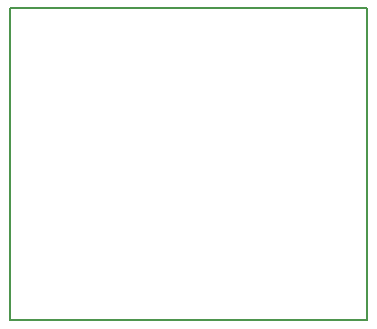
<source format=gm1>
G04 #@! TF.FileFunction,Profile,NP*
%FSLAX46Y46*%
G04 Gerber Fmt 4.6, Leading zero omitted, Abs format (unit mm)*
G04 Created by KiCad (PCBNEW 4.0.1-stable) date Tuesday, March 29, 2016 'AMt' 12:48:36 AM*
%MOMM*%
G01*
G04 APERTURE LIST*
%ADD10C,0.100000*%
%ADD11C,0.150000*%
G04 APERTURE END LIST*
D10*
D11*
X122936000Y-94742000D02*
X122936000Y-101854000D01*
X153162000Y-94742000D02*
X122936000Y-94742000D01*
X153162000Y-121158000D02*
X153162000Y-94742000D01*
X122936000Y-121158000D02*
X153162000Y-121158000D01*
X122936000Y-101854000D02*
X122936000Y-121158000D01*
M02*

</source>
